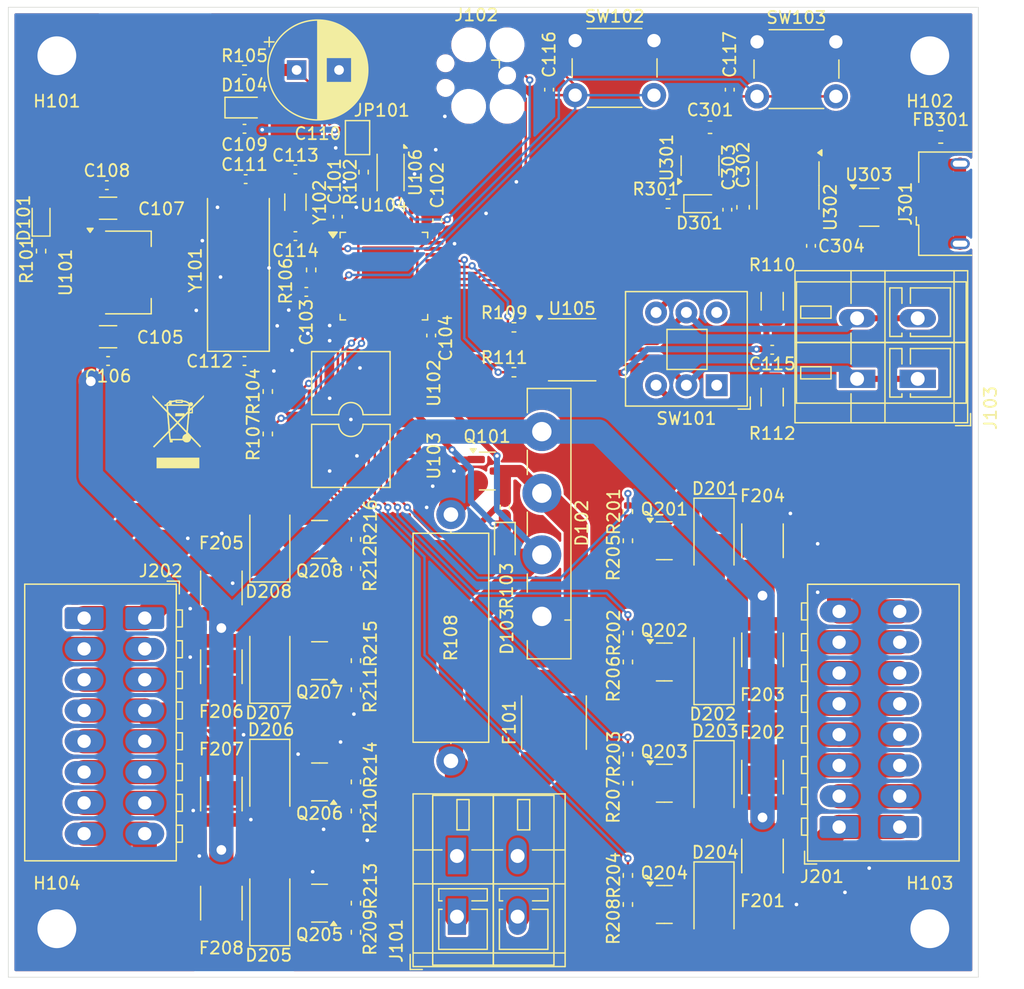
<source format=kicad_pcb>
(kicad_pcb (version 20240108) (generator "pcbnew") (generator_version "8.0")
  (layers (0 "F.Cu" signal) (31 "B.Cu" signal) (34 "B.Paste" user) (35 "F.Paste" user) (36 "B.SilkS" user "B.Silkscreen") (37 "F.SilkS" user "F.Silkscreen") (38 "B.Mask" user) (39 "F.Mask" user) (44 "Edge.Cuts" user))
  (net 0 "")
  (net 1 "GND")
  (net 2 "+15V")
  (net 3 "+3V3")
  (net 4 "Net-(D104-K)")
  (net 5 "+BATT")
  (net 6 "Net-(U104-PD0)")
  (net 7 "Net-(U104-PD1)")
  (net 8 "Net-(U104-PC14)")
  (net 9 "Net-(U104-PC15)")
  (net 10 "Net-(U105-SPLIT)")
  (net 11 "/~{RST}")
  (net 12 "/BTN")
  (net 13 "Net-(J301-VBUS)")
  (net 14 "Net-(D301-A)")
  (net 15 "Net-(U302-V3)")
  (net 16 "Net-(D101-K)")
  (net 17 "Net-(D103-A)")
  (net 18 "Net-(Q101-C)")
  (net 19 "Net-(D103-K)")
  (net 20 "Net-(D201-K)")
  (net 21 "Net-(D201-A)")
  (net 22 "Net-(D202-A)")
  (net 23 "Net-(D203-A)")
  (net 24 "Net-(D203-K)")
  (net 25 "Net-(D204-K)")
  (net 26 "Net-(D204-A)")
  (net 27 "Net-(D205-K)")
  (net 28 "Net-(D205-A)")
  (net 29 "Net-(D206-A)")
  (net 30 "Net-(D207-A)")
  (net 31 "Net-(D207-K)")
  (net 32 "Net-(D208-A)")
  (net 33 "Net-(D208-K)")
  (net 34 "Net-(D301-K)")
  (net 35 "Net-(J101-Pin_2)")
  (net 36 "Net-(J301-Shield)")
  (net 37 "/SWO")
  (net 38 "/SWCLK")
  (net 39 "/SWDIO")
  (net 40 "Net-(J103-Pin_2)")
  (net 41 "Net-(J103-Pin_1)")
  (net 42 "Net-(D202-K)")
  (net 43 "Net-(D206-K)")
  (net 44 "Net-(J301-D+)")
  (net 45 "Net-(J301-D-)")
  (net 47 "/BOOT0")
  (net 48 "Net-(Q101-E)")
  (net 49 "Net-(Q101-B)")
  (net 50 "Net-(Q201-G)")
  (net 51 "Net-(Q202-G)")
  (net 52 "Net-(Q203-G)")
  (net 53 "Net-(Q204-G)")
  (net 54 "Net-(Q205-G)")
  (net 55 "Net-(Q206-G)")
  (net 56 "Net-(Q207-G)")
  (net 57 "Net-(Q208-G)")
  (net 58 "/PROBE")
  (net 59 "/ACK")
  (net 60 "Net-(R107-Pad2)")
  (net 61 "Net-(U105-TXD)")
  (net 62 "/CAN_TX")
  (net 63 "Net-(R110-Pad1)")
  (net 64 "/CAN_RX")
  (net 65 "Net-(U105-RXD)")
  (net 66 "Net-(R112-Pad2)")
  (net 67 "/PWM/PWM1")
  (net 68 "/PWM/PWM2")
  (net 69 "/PWM/PWM3")
  (net 70 "/PWM/PWM4")
  (net 71 "/PWM/PWM5")
  (net 72 "/PWM/PWM6")
  (net 73 "/PWM/PWM7")
  (net 74 "/PWM/PWM8")
  (net 78 "/SCL")
  (net 83 "/SDA")
  (net 84 "/serial/RXD")
  (net 90 "/STB")
  (net 92 "/serial/TXD")
  (net 99 "Net-(U302-UD-)")
  (net 100 "Net-(U302-UD+)")
  (footprint "Resistor_SMD:R_0402_1005Metric" (layer "F.Cu") (at 161.1 104 -90)
    (property "Reference" "R205")
    (property "Value" "47k")
  )
  (footprint "MountingHole:MountingHole_3.2mm_M3_ISO14580_Pad" (layer "F.Cu") (at 114 64 180)
    (property "Reference" "H101")
    (property "Value" "~")
  )
  (footprint "Fuse:Fuse_1812_4532Metric" (layer "F.Cu") (at 172.2 123.5 -90)
    (property "Reference" "F202")
    (property "Value" "750mA")
  )
  (footprint "MountingHole:MountingHole_3.2mm_M3_ISO14580_Pad" (layer "F.Cu") (at 186 136)
    (property "Reference" "H103")
    (property "Value" "~")
  )
  (footprint "Button_Switch_THT:SW_Push_2P2T_Toggle_CK_PVA2xxH1xxxxxxV2" (layer "F.Cu") (at 168.4225 91.1725 180)
    (property "Reference" "SW101")
    (property "Value" "Term")
  )
  (footprint "Resistor_SMD:R_0402_1005Metric" (layer "F.Cu") (at 151.7 86.4 180)
    (property "Reference" "R109")
    (property "Value" "100")
  )
  (footprint "Jumper:SolderJumper-2_P1.3mm_Open_Pad1.0x1.5mm" (layer "F.Cu") (at 138.8 70.75 90)
    (property "Reference" "JP101")
    (property "Value" "Boot0")
  )
  (footprint "Package_TO_SOT_SMD:SOT-23" (layer "F.Cu") (at 149.5 98.25)
    (property "Reference" "Q101")
    (property "Value" "BC860")
  )
  (footprint "Package_TO_SOT_SMD:SOT-23-3" (layer "F.Cu") (at 167.05 73.0625 90)
    (property "Reference" "U301")
    (property "Value" "XC6206P332MR")
  )
  (footprint "Capacitor_SMD:C_1206_3216Metric" (layer "F.Cu") (at 118.225 76.575)
    (property "Reference" "C107")
    (property "Value" "10µ")
  )
  (footprint "Resistor_SMD:R_0402_1005Metric" (layer "F.Cu") (at 129.477651 65.175)
    (property "Reference" "R105")
    (property "Value" "22")
  )
  (footprint "Fuse:Fuse_1812_4532Metric" (layer "F.Cu") (at 172.2 130 90)
    (property "Reference" "F201")
    (property "Value" "750mA")
  )
  (footprint "TerminalBlock_WAGO:TerminalBlock_WAGO_233-508_2x08_P2.54mm" (layer "F.Cu") (at 121.25 110.38 -90)
    (property "Reference" "J202")
    (property "Value" "L2")
  )
  (footprint "Resistor_SMD:R_0402_1005Metric" (layer "F.Cu") (at 161.1 121.6 90)
    (property "Reference" "R203")
    (property "Value" "100")
  )
  (footprint "Diode_SMD:D_SMA" (layer "F.Cu") (at 131.56796 103.89 90)
    (property "Reference" "D208")
    (property "Value" "SS34")
  )
  (footprint "Diode_SMD:D_SMA" (layer "F.Cu") (at 131.56796 133.89 90)
    (property "Reference" "D205")
    (property "Value" "SS34")
  )
  (footprint "Resistor_SMD:R_1206_3216Metric" (layer "F.Cu") (at 173 92.15 -90)
    (property "Reference" "R112")
    (property "Value" "60")
  )
  (footprint "Package_SO:SOIC-8_3.9x4.9mm_P1.27mm" (layer "F.Cu") (at 156.5 88.25)
    (property "Reference" "U105")
    (property "Value" "TJA1042T")
  )
  (footprint "Diode_SMD:D_SMA" (layer "F.Cu") (at 168.2 114 90)
    (property "Reference" "D202")
    (property "Value" "SS34")
  )
  (footprint "Package_TO_SOT_SMD:SOT-23" (layer "F.Cu") (at 164.1 134)
    (property "Reference" "Q204")
    (property "Value" "AO3400A")
  )
  (footprint "Capacitor_SMD:C_1206_3216Metric" (layer "F.Cu") (at 118.225 87.175)
    (property "Reference" "C105")
    (property "Value" "10µ")
  )
  (footprint "Package_DIP:SMDIP-4_W9.53mm" (layer "F.Cu") (at 138.25 91 180)
    (property "Reference" "U102")
    (property "Value" "EL817S1(C)(TU)-F")
  )
  (footprint "Resistor_SMD:R_0402_1005Metric" (layer "F.Cu") (at 138.66796 116.29 -90)
    (property "Reference" "R211")
    (property "Value" "100")
  )
  (footprint "Resistor_SMD:R_0402_1005Metric" (layer "F.Cu") (at 112.7 80.11 90)
    (property "Reference" "R101")
    (property "Value" "1k")
  )
  (footprint "Fuse:Fuse_1812_4532Metric" (layer "F.Cu") (at 127.56796 114.39 90)
    (property "Reference" "F206")
    (property "Value" "750mA")
  )
  (footprint "Package_TO_SOT_SMD:SOT-23" (layer "F.Cu") (at 135.66796 123.89 180)
    (property "Reference" "Q206")
    (property "Value" "AO3400A")
  )
  (footprint "Capacitor_THT:CP_Radial_D8.0mm_P3.50mm" (layer "F.Cu") (at 133.775 65.175)
    (property "Reference" "C110")
    (property "Value" "1F")
  )
  (footprint "Symbol:OSHW-Logo2_7.3x6mm_Copper" (layer "F.Cu") (at 114 71 -90)
    (property "Reference" "REF**" (hide yes))
    (property "Value" "OSHW-Logo2_7.3x6mm_Copper" (hide yes))
  )
  (footprint "Package_DFN_QFN:DFN-8-1EP_3x2mm_P0.5mm_EP1.3x1.5mm" (layer "F.Cu") (at 141.525 73.625 -90)
    (property "Reference" "U106")
    (property "Value" "ATECC608B-MAVDA-S")
  )
  (footprint "Package_TO_SOT_SMD:SOT-23" (layer "F.Cu") (at 164.1 104)
    (property "Reference" "Q201")
    (property "Value" "AO3400A")
  )
  (footprint "Crystal:Crystal_SMD_HC49-SD" (layer "F.Cu") (at 128.975 81.675 90)
    (property "Reference" "Y101")
    (property "Value" "8MHz")
  )
  (footprint "Capacitor_SMD:C_0402_1005Metric" (layer "F.Cu") (at 129.575 74.175 180)
    (property "Reference" "C111")
    (property "Value" "20p")
  )
  (footprint "Resistor_SMD:R_1206_3216Metric" (layer "F.Cu") (at 173 84.25 -90)
    (property "Reference" "R110")
    (property "Value" "60")
  )
  (footprint "Fuse:Fuse_1812_4532Metric" (layer "F.Cu") (at 127.56796 124.89 -90)
    (property "Reference" "F207")
    (property "Value" "750mA")
  )
  (footprint "LED_SMD:LED_0603_1608Metric" (layer "F.Cu") (at 112.7 77.3875 90)
    (property "Reference" "D101")
    (property "Value" "LED")
  )
  (footprint "Capacitor_SMD:C_0402_1005Metric" (layer "F.Cu") (at 173 88.25 180)
    (property "Reference" "C115")
    (property "Value" "4n7")
  )
  (footprint "Package_QFP:LQFP-48_7x7mm_P0.5mm" (layer "F.Cu") (at 140.975 82.175)
    (property "Reference" "U104")
    (property "Value" "STM32F103CBTx")
  )
  (footprint "Package_TO_SOT_SMD:SOT-23" (layer "F.Cu") (at 135.66796 113.89 180)
    (property "Reference" "Q207")
    (property "Value" "AO3400A")
  )
  (footprint "Capacitor_SMD:C_0402_1005Metric" (layer "F.Cu") (at 154.6 66.8 90)
    (property "Reference" "C116")
    (property "Value" "100n")
  )
  (footprint "TerminalBlock_WAGO:TerminalBlock_WAGO_236-402_1x02_P5.00mm_45Degree" (layer "F.Cu") (at 180 90.65 90)
    (property "Reference" "J103")
    (property "Value" "CAN")
  )
  (footprint "eurovibes:LOGO" (layer "F.Cu") (at 122.1 65.4)
    (property "Reference" "G***" (hide yes))
    (property "Value" "LOGO" (hide yes))
  )
  (footprint "Resistor_SMD:R_0402_1005Metric" (layer "F.Cu") (at 151.7 90.1 180)
    (property "Reference" "R111")
    (property "Value" "100")
  )
  (footprint "LED_SMD:LED_0603_1608Metric" (layer "F.Cu") (at 167.2 76.2)
    (property "Reference" "D301")
    (property "Value" "LED")
  )
  (footprint "Capacitor_SMD:C_0402_1005Metric" (layer "F.Cu") (at 169.5 66.8 90)
    (property "Reference" "C117")
    (property "Value" "100n")
  )
  (footprint "Package_TO_SOT_SMD:SOT-23" (layer "F.Cu") (at 135.66796 133.89 180)
    (property "Reference" "Q205")
    (property "Value" "AO3400A")
  )
  (footprint "Resistor_SMD:R_0402_1005Metric" (layer "F.Cu") (at 138.66796 106.29 -90)
    (property "Reference" "R212")
    (property "Value" "100")
  )
  (footprint "Resistor_THT:R_Axial_DIN0617_L17.0mm_D6.0mm_P20.32mm_Horizontal" (layer "F.Cu") (at 146.5 101.84 -90)
    (property "Reference" "R108")
    (property "Value" "100")
  )
  (footprint "Resistor_SMD:R_0402_1005Metric" (layer "F.Cu") (at 138.66796 113.89 90)
    (property "Reference" "R215")
    (property "Value" "47k")
  )
  (footprint "Resistor_SMD:R_0402_1005Metric" (layer "F.Cu") (at 164.41 76.2)
    (property "Reference" "R301")
    (property "Value" "1k")
  )
  (footprint "Resistor_SMD:R_0402_1005Metric" (layer "F.Cu") (at 161.1 124 -90)
    (property "Reference" "R207")
    (property "Value" "47k")
  )
  (footprint "Package_TO_SOT_SMD:SOT-23" (layer "F.Cu") (at 135.66796 103.89 180)
    (property "Reference" "Q208")
    (property "Value" "AO3400A")
  )
  (footprint "Capacitor_SMD:C_0402_1005Metric" (layer "F.Cu") (at 145.375 77.575 90)
    (property "Reference" "C102")
    (property "Value" "100n")
  )
  (footprint "TerminalBlock_WAGO:TerminalBlock_WAGO_233-508_2x08_P2.54mm" (layer "F.Cu") (at 178.51796 127.61 90)
    (property "Reference" "J201")
    (property "Value" "L1")
  )
  (footprint "Package_DIP:SMDIP-4_W9.53mm" (layer "F.Cu") (at 138.25 97)
    (property "Reference" "U103")
    (property "Value" "EL817S1(C)(TU)-F")
  )
  (footprint "Symbol:WEEE-Logo_4.2x6mm_SilkScreen" (layer "F.Cu") (at 124 95)
    (property "Reference" "REF**" (hide yes))
    (property "Value" "WEEE-Logo_4.2x6mm_SilkScreen" (hide yes))
  )
  (footprint "Diode_SMD:D_SMA" (layer "F.Cu") (at 168.2 134 -90)
    (property "Reference" "D204")
    (property "Value" "SS34")
  )
  (footprint "Package_TO_SOT_SMD:SOT-23" (layer "F.Cu") (at 164.1 114)
    (property "Reference" "Q202")
    (property "Value" "AO3400A")
  )
  (footprint "Resistor_SMD:R_0402_1005Metric" (layer "F.Cu") (at 161.1 111.6 90)
    (property "Reference" "R202")
    (property "Value" "100")
  )
  (footprint "Resistor_SMD:R_0402_1005Metric" (layer "F.Cu") (at 138.66796 123.89 90)
    (property "Reference" "R214")
    (property "Value" "47k")
  )
  (footprint "Capacitor_SMD:C_0402_1005Metric" (layer "F.Cu") (at 144.875 87.075 -90)
    (property "Reference" "C104")
    (property "Value" "100n")
  )
  (footprint "MountingHole:MountingHole_3.2mm_M3_ISO14580_Pad" (layer "F.Cu") (at 114 136)
    (property "Reference" "H104")
    (property "Value" "~")
  )
  (footprint "Package_TO_SOT_SMD:SOT-23" (layer "F.Cu") (at 164.1 124)
    (property "Reference" "Q203")
    (property "Value" "AO3400A")
  )
  (footprint "Capacitor_SMD:C_0603_1608Metric" (layer "F.Cu") (at 167.875 69.9)
    (property "Reference" "C301")
    (property "Value" "1µ")
  )
  (footprint "Resistor_SMD:R_0402_1005Metric" (layer "F.Cu") (at 161.1 131.6 90)
    (property "Reference" "R204")
    (property "Value" "100")
  )
  (footprint "Capacitor_SMD:C_0402_1005Metric" (layer "F.Cu") (at 129.475 89.175 180)
    (property "Reference" "C112")
    (property "Value" "20p")
  )
  (footprint "Inductor_SMD:L_0603_1608Metric" (layer "F.Cu") (at 186.9 70.7)
    (property "Reference" "FB301")
    (property "Value" "FerriteBead_Small")
  )
  (footprint "Crystal:Crystal_SMD_3215-2Pin_3.2x1.5mm" (layer "F.Cu") (at 133.675 76.075 -90)
    (property "Reference" "Y102")
    (property "Value" "32k")
  )
  (footprint "Resistor_SMD:R_0402_1005Metric" (layer "F.Cu") (at 138.66796 103.89 90)
    (property "Reference" "R216")
    (property "Value" "47k")
  )
  (footprint "Resistor_SMD:R_0402_1005Metric" (layer "F.Cu") (at 138.66796 136.29 -90)
    (property "Reference" "R209")
    (property "Value" "100")
  )
  (footprint "Capacitor_SMD:C_0402_1005Metric" (layer "F.Cu") (at 133.675 73.375)
    (property "Reference" "C113")
    (property "Value" "12p")
  )
  (footprint "Resistor_SMD:R_0402_1005Metric" (layer "F.Cu") (at 161.1 134 -90)
    (property "Reference" "R208")
    (property "Value" "47k")
  )
  (footprint "Fuse:Fuse_1812_4532Metric" (layer "F.Cu") (at 127.56796 107.89 -90)
    (property "Reference" "F205")
    (property "Value" "750mA")
  )
  (footprint "Capacitor_SMD:C_0402_1005Metric" (layer "F.Cu") (at 129.477651 70.025)
    (property "Reference" "C109")
    (property "Value" "100n")
  )
  (footprint "Resistor_SMD:R_0402_1005Metric" (layer "F.Cu") (at 139.3 73.6 -90)
    (property "Reference" "R102")
    (property "Value" "10k")
  )
  (footprint "Capacitor_SMD:C_0402_1005Metric" (layer "F.Cu") (at 118.225 89.175)
    (property "Reference" "C106")
    (property "Value" "100n")
  )
  (footprint "Diode_SMD:D_SMA" (layer "F.Cu") (at 131.56796 113.89 90)
    (property "Reference" "D207")
    (property "Value" "SS34")
  )
  (footprint "Package_SO:SOP-8_3.9x4.9mm_P1.27mm" (layer "F.Cu") (at 174.3 74.7 -90)
    (property "Reference" "U302")
    (property "Value" "CH340N")
  )
  (footprint "Capacitor_SMD:C_0402_1005Metric" (layer "F.Cu") (at 169.3 76.7 90)
    (property "Reference" "C303")
    (property "Value" "100n")
  )
  (footprint "Diode_SMD:D_SOD-323" (layer "F.Cu") (at 150.95 104.1 -90)
    (property "Reference" "D103")
    (property "Value" "1N4148WS")
  )
  (footprint "Capacitor_SMD:C_0603_1608Metric" (layer "F.Cu") (at 170.6 76.5 90)
    (property "Reference" "C302")
    (property "Value" "1µ")
  )
  (footprint "Fuse:Fuse_1812_4532Metric" (layer "F.Cu") (at 172.2 104 -90)
    (property "Reference" "F204")
    (property "Value" "750mA")
  )
  (footprint "Resistor_SMD:R_0402_1005Metric" (layer "F.Cu") (at 131.4 91.69 90)
    (property "Reference" "R104")
    (property "Value" "1k")
  )
  (footprint "Button_Switch_THT:SW_PUSH_6mm" (layer "F.Cu") (at 171.75 62.85)
    (property "Reference" "SW103")
    (property "Value" "User")
  )
  (footprint "Resistor_SMD:R_0402_1005Metric" (layer "F.Cu") (at 161.1 101.6 90)
    (property "Reference" "R201")
    (property "Value" "100")
  )
  (footprint "Fuse:Fuse_2920_7451Metric" (layer "F.Cu") (at 155 119 90)
    (property "Reference" "F101")
    (property "Value" "Polyfuse_Small")
  )
  (footprint "Diode_SMD:D_SOD-323" (layer "F.Cu") (at 129.477651 68.275)
    (property "Reference" "D104")
    (property "Value" "1N4148WS")
  )
  (footprint "Diode_SMD:D_SMA" (layer "F.Cu") (at 168.2 104 -90)
    (property "Reference" "D201")
    (property "Value" "SS34")
  )
  (footprint "Capacitor_SMD:C_0402_1005Metric" (layer "F.Cu") (at 118.125 74.675)
    (property "Reference" "C108")
    (property "Value" "100n")
  )
  (footprint "Diode_SMD:D_SMA" (layer "F.Cu") (at 168.2 124 -90)
    (property "Reference" "D203")
    (property "Value" "SS34")
  )
  (footprint "Resistor_SMD:R_0402_1005Metric" (layer "F.Cu") (at 131.4 95.19 -90)
    (property "Reference" "R107")
    (property "Value" "1k")
  )
  (footprint "Resistor_SMD:R_0402_1005Metric" (layer "F.Cu") (at 138.66796 126.29 -90)
    (property "Reference" "R210")
    (property "Value" "100")
  )
  (footprint "MountingHole:MountingHole_3.2mm_M3_ISO14580_Pad" (layer "F.Cu") (at 186 64 180)
    (property "Reference" "H102")
    (property "Value" "~")
  )
  (footprint "Capacitor_SMD:C_0402_1005Metric" (layer "F.Cu") (at 133.675 78.875)
    (property "Reference" "C114")
    (property "Value" "12p")
  )
  (footprint "Connector:Tag-Connect_TC2030-IDC-FP_2x03_P1.27mm_Vertical" (layer "F.Cu") (at 148.595 65.635 180)
    (property "Reference" "J102")
    (property "Value" "Debug")
  )
  (footprint "Button_Switch_THT:SW_PUSH_6mm" (layer "F.Cu") (at 156.75 62.75)
    (property "Reference" "SW102")
    (property "Value" "Reset")
  )
  (footprint "Resistor_SMD:R_0402_1005Metric" (layer "F.Cu") (at 150.95 101.225 90)
    (property "Reference" "R103")
    (property "Value" "1k")
  )
  (footprint "Diode_SMD:D_SMA" (layer "F.Cu") (at 131.56796 123.89 -90)
    (property "Reference" "D206")
    (property "Value" "SS34")
  )
  (footprint "Capacitor_SMD:C_0402_1005Metric" (layer "F.Cu") (at 137.175 77.275 90)
    (property "Reference" "C101")
    (property "Value" "100n")
  )
  (footprint "Connector_USB:USB_Micro-B_Amphenol_10118193-0001LF_Horizontal" (layer "F.Cu") (at 188.495 76.2 90)
    (property "Reference" "J301")
    (property "Value" "USB_B_Micro")
  )
  (footprint "Resistor_SMD:R_0402_1005Metric" (layer "F.Cu") (at 138.66796 133.89 90)
    (property "Reference" "R213")
    (property "Value" "47k")
  )
  (footprint "Fuse:Fuse_1812_4532Metric" (layer "F.Cu") (at 172.2 113 90)
    (property "Reference" "F203")
    (property "Value" "750mA")
  )
  (footprint "Capacitor_SMD:C_0402_1005Metric" (layer "F.Cu") (at 176.2 79.68 -90)
    (property "Reference" "C304")
    (property "Value" "100n")
  )
  (footprint "Resistor_SMD:R_0402_1005Metric" (layer "F.Cu") (at 161.1 114 -90)
    (property "Reference" "R206")
    (property "Value" "47k")
  )
  (footprint "Resistor_SMD:R_0402_1005Metric" (layer "F.Cu") (at 134.975 81.665 -90)
    (property "Reference" "R106")
    (property "Value" "1M")
  )
  (footprint "Package_TO_SOT_SMD:SOT-223-3_TabPin2" (layer "F.Cu") (at 119.875 81.875)
    (property "Reference" "U101")
    (property "Value" "AMS1117-3.3")
  )
  (footprint "Diode_THT:Diode_Bridge_Vishay_GBU" (layer "F.Cu") (at 154 110.24 90)
    (property "Reference" "D102")
    (property "Value" "GBU8A")
  )
  (footprint "Capacitor_SMD:C_0402_1005Metric" (layer "F.Cu") (at 134.575 83.475 180)
    (property "Reference" "C103")
    (property "Value" "100n")
  )
  (footprint "Fuse:Fuse_1812_4532Metric" (layer "F.Cu") (at 127.56796 133.89 90)
    (property "Reference" "F208")
    (property "Value" "750mA")
  )
  (footprint "TerminalBlock_WAGO:TerminalBlock_WAGO_236-402_1x02_P5.00mm_45Degree" (layer "F.Cu") (at 147 130)
    (property "Reference" "J101")
    (property "Value" "Power IN")
  )
  (footprint "Package_TO_SOT_SMD:SOT-23-6" (layer "F.Cu") (at 181 76.5)
    (property "Reference" "U303")
    (property "Value" "USBLC6-2SC6")
  )
  (gr_line (start 110 60) (end 110 140) (stroke (width 0.05)) (layer "Edge.Cuts"))
  (gr_line (start 110 140) (end 190 140) (stroke (width 0.05)) (layer "Edge.Cuts"))
  (gr_line (start 190 60) (end 110 60) (stroke (width 0.05)) (layer "Edge.Cuts"))
  (gr_line (start 190 140) (end 190 60) (stroke (width 0.05)) (layer "Edge.Cuts"))
  (gr_text "DCC Licht 0.1" (at 111 84 -90) (layer "F.Cu") (effects (font (size 1.5 1.5) (thickness 0.3) (bold yes)) (justify left bottom)))
  (via (at 133.125 84.975) (size 0.6) (drill 0.3) (layers "F.Cu" "B.Cu") (net 1))
  (via (at 176.75 104.25) (size 0.6) (drill 0.3) (layers "F.Cu" "B.Cu") (net 1))
  (via (at 138.25 94) (size 0.6) (drill 0.3) (layers "F.Cu" "B.Cu") (net 1))
  (via (at 139 89.75) (size 0.6) (drill 0.3) (layers "F.Cu" "B.Cu") (net 1))
  (via (at 128.5 107.5) (size 0.6) (drill 0.3) (layers "F.Cu" "B.Cu") (net 1))
  (via (at 138.7 76.5) (size 0.6) (drill 0.3) (layers "F.Cu" "B.Cu") (net 1))
  (via (at 137 71.6) (size 0.6) (drill 0.3) (layers "F.Cu" "B.Cu") (net 1))
  (via (at 127.6 103.4) (size 0.6) (drill 0.3) (layers "F.Cu" "B.Cu") (net 1))
  (via (at 151.9 74.4) (size 0.6) (drill 0.3) (layers "F.Cu" "B.Cu") (net 1))
  (via (at 139.6 128.7) (size 0.6) (drill 0.3) (layers "F.Cu" "B.Cu") (net 1))
  (via (at 125 113.6) (size 0.6) (drill 0.3) (layers "F.Cu" "B.Cu") (net 1))
  (via (at 125.25 126.25) (size 0.6) (drill 0.3) (layers "F.Cu" "B.Cu") (net 1))
  (via (at 125.75 130) (size 0.6) (drill 0.3) (layers "F.Cu" "B.Cu") (net 1))
  (via (at 145.25 71.75) (size 0.6) (drill 0.3) (layers "F.Cu" "B.Cu") (net 1))
  (via (at 138.5 118.3) (size 0.6) (drill 0.3) (layers "F.Cu" "B.Cu") (net 1))
  (via (at 138.75 97) (size 0.6) (drill 0.3) (layers "F.Cu" "B.Cu") (net 1))
  (via (at 133.4 88.3) (size 0.6) (drill 0.3) (layers "F.Cu" "B.Cu") (net 1))
  (via (at 127.25 76.5) (size 0.6) (drill 0.3) (layers "F.Cu" "B.Cu") (net 1))
  (via (at 174.5 101.75) (size 0.6) (drill 0.3) (layers "F.Cu" "B.Cu") (net 1))
  (via (at 131.9 90) (size 0.6) (drill 0.3) (layers "F.Cu" "B.Cu") (net 1))
  (via (at 175 134) (size 0.6) (drill 0.3) (layers "F.Cu" "B.Cu") (net 1))
  (via (at 146 69) (size 0.6) (drill 0.3) (layers "F.Cu" "B.Cu") (net 1))
  (via (at 143.5 73.75) (size 0.6) (drill 0.3) (layers "F.Cu" "B.Cu") (net 1))
  (via (at 132.175 86.275) (size 0.6) (drill 0.3) (layers "F.Cu" "B.Cu") (net 1))
  (via (at 176.75 108.25) (size 0.6) (drill 0.3) (layers "F.Cu" "B.Cu") (net 1))
  (via (at 136.5 86.25) (size 0.6) (drill 0.3) (layers "F.Cu" "B.Cu") (net 1))
  (via (at 125 109.6) (size 0.6) (drill 0.3) (layers "F.Cu" "B.Cu") (net 1))
  (via (at 131.5 81.5) (size 0.6) (drill 0.3) (layers "F.Cu" "B.Cu") (net 1))
  (via (at 127.5 82.25) (size 0.6) (drill 0.3) (layers "F.Cu" "B.Cu") (net 1))
  (via (at 136 127.8) (size 0.6) (drill 0.3) (layers "F.Cu" "B.Cu") (net 1))
  (via (at 136.5 87.5) (size 0.6) (drill 0.3) (layers "F.Cu" "B.Cu") (net 1))
  (via (at 136.5 92.25) (size 0.6) (drill 0.3) (layers "F.Cu" "B.Cu") (net 1))
  (via (at 129.4 120) (size 0.6) (drill 0.3) (layers "F.Cu" "B.Cu") (net 1))
  (via (at 145 99.5) (size 0.6) (drill 0.3) (layers "F.Cu" "B.Cu") (net 1))
  (via (at 136.5 98.25) (size 0.6) (drill 0.3) (layers "F.Cu" "B.Cu") (net 1))
  (via (at 137.7 74.4) (size 0.6) (drill 0.3) (layers "F.Cu" "B.Cu") (net 1))
  (via (at 130 127) (size 0.6) (drill 0.3) (layers "F.Cu" "B.Cu") (net 1))
  (via (at 146.8 79.5) (size 0.6) (drill 0.3) (layers "F.Cu" "B.Cu") (net 1))
  (via (at 146.75 98.25) (size 0.6) (drill 0.3) (layers "F.Cu" "B.Cu") (net 1))
  (via (at 149.4 77) (size 0.6) (drill 0.3) (layers "F.Cu" "B.Cu") (net 1))
  (via (at 144.5 101.25) (size 0.6) (drill 0.3) (layers "F.Cu" "B.Cu") (net 1))
  (via (at 134.7 86.9) (size 0.6) (drill 0.3) (layers "F.Cu" "B.Cu") (net 1))
  (via (at 135.1 131.3) (size 0.6) (drill 0.3) (layers "F.Cu" "B.Cu") (net 1))
  (via (at 133.9 121.6) (size 0.6) (drill 0.3) (layers "F.Cu" "B.Cu") (net 1))
  (via (at 137.4 120.6) (size 0.6) (drill 0.3) (layers "F.Cu" "B.Cu") (net 1))
  (via (at 179 133) (size 0.6) (drill 0.3) (layers "F.Cu" "B.Cu") (net 1))
  (via (at 126 79.25) (size 0.6) (drill 0.3) (layers "F.Cu" "B.Cu") (net 1))
  (via (at 124.8 103.8) (size 0.6) (drill 0.3) (layers "F.Cu" "B.Cu") (net 1))
  (via (at 181 131) (size 0.6) (drill 0.3) (layers "F.Cu" "B.Cu") (net 1))
  (via (at 125.5 85) (size 0.6) (drill 0.3) (layers "F.Cu" "B.Cu") (net 1))
  (segment (start 127.56796 131.7525) (end 127.56796 129.5) (width 2) (layer "F.Cu") (net 2))
  (segment (start 127.56796 112.2525) (end 127.56796 111.2) (width 2) (layer "F.Cu") (net 2))
  (segment (start 127.56796 129.5) (end 127.56796 127.0275) (width 2) (layer "F.Cu") (net 2))
  (segment (start 127.56796 111.2) (end 127.56796 110.0275) (width 2) (layer "F.Cu") (net 2))
  (segment (start 172.2 106.1375) (end 172.2 110.425) (width 2) (layer "F.Cu") (net 2))
  (segment (start 116.75 87.175) (end 116.75 88.2) (width 1) (layer "F.Cu") (net 2))
  (segment (start 116.75 87.175) (end 116.75 84.2) (width 1) (layer "F.Cu") (net 2))
  (segment (start 172.2 125.6375) (end 172.2 127.8625) (width 2) (layer "F.Cu") (net 2))
  (segment (start 116.75 88.2) (end 117.725 89.175) (width 1) (layer "F.Cu") (net 2))
  (segment (start 116.75 84.2) (end 116.725 84.175) (width 1) (layer "F.Cu") (net 2))
  (segment (start 116.75 87.175) (end 116.75 90.8) (width 1) (layer "F.Cu") (net 2))
  (via (at 172.2 126.825) (size 1.6) (drill 0.8) (layers "F.Cu" "B.Cu") (net 2))
  (via (at 116.8 90.85) (size 1.6) (drill 0.8) (layers "F.Cu" "B.Cu") (net 2))
  (via (at 127.56796 111.2) (size 1.6) (drill 0.8) (layers "F.Cu" "B.Cu") (net 2))
  (via (at 127.56796 129.5) (size 1.6) (drill 0.8) (layers "F.Cu" "B.Cu") (net 2))
  (via (at 172.2 108.525) (size 1.6) (drill 0.8) (layers "F.Cu" "B.Cu") (net 2))
  (segment (start 143.76796 95) (end 154 95) (width 2) (layer "B.Cu") (net 2))
  (segment (start 127.56796 111.2) (end 127.56796 109.41796) (width 2) (layer "B.Cu") (net 2))
  (segment (start 116.8 98.65) (end 116.8 90.85) (width 2) (layer "B.Cu") (net 2))
  (segment (start 154 95) (end 158.675 95) (width 2) (layer "B.Cu") (net 2))
  (segment (start 127.56796 109.41796) (end 116.8 98.65) (width 2) (layer "B.Cu") (net 2))
  (segment (start 158.675 95) (end 172.2 108.525) (width 2) (layer "B.Cu") (net 2))
  (segment (start 127.56796 111.2) (end 143.76796 95) (width 2) (layer "B.Cu") (net 2))
  (segment (start 172.2 108.525) (end 172.2 126.825) (width 2) (layer "B.Cu") (net 2))
  (segment (start 127.56796 111.2) (end 127.56796 129.5) (width 2) (layer "B.Cu") (net 2))
  (segment (start 142.275 75.075) (end 142.275 75.95) (width 0.2) (layer "F.Cu") (net 3))
  (segment (start 128.606734 89.935) (end 130.515 89.935) (width 0.5) (layer "F.Cu") (net 3))
  (segment (start 145.375 78.055) (end 145.645 78.055) (width 0.2) (layer "F.Cu") (net 3))
  (segment (start 151.7897 64.7897) (end 153 66) (width 0.2) (layer "F.Cu") (net 3))
  (segment (start 112.725 76.575) (end 112.7 76.6) (width 1) (layer "F.Cu") (net 3))
  (segment (start 143.725 80.06759) (end 144.36759 79.425) (width 0.2) (layer "F.Cu") (net 3))
  (segment (start 116.75 76.575) (end 116.75 75.55) (width 1) (layer "F.Cu") (net 3))
  (segment (start 137.175 77.755) (end 137.9675 77.755) (width 0.2) (layer "F.Cu") (net 3))
  (segment (start 138.86759 82.13982) (end 138.86759 79.425) (width 0.2) (layer "F.Cu") (net 3))
  (segment (start 123.025 81.875) (end 123.025 78.74318) (width 1) (layer "F.Cu") (net 3))
  (segment (start 123.025 81.875) (end 123.025 84.353266) (width 0.5) (layer "F.Cu") (net 3))
  (segment (start 149.865 65) (end 150.0753 64.7897) (width 0.2) (layer "F.Cu") (net 3))
  (segment (start 130.937651 70.830529) (end 130.937651 70.1) (width 1) (layer "F.Cu") (net 3))
  (segment (start 122.05 81.875) (end 116.75 76.575) (width 1) (layer "F.Cu") (net 3))
  (segment (start 123.025 81.875) (end 116.725 81.875) (width 1) (layer "F.Cu") (net 3))
  (segment (start 143.725 86.3375) (end 144.6175 86.3375) (width 0.2) (layer "F.Cu") (net 3))
  (segment (start 136.8125 83.425) (end 137.58241 83.425) (width 0.2) (layer "F.Cu") (net 3))
  (segment (start 123.025 81.875) (end 122.05 81.875) (width 1) (layer "F.Cu") (net 3))
  (segment (start 131.4 91.18) (end 131.4 90.82) (width 0.5) (layer "F.Cu") (net 3))
  (segment (start 130.937651 70.1) (end 130.937651 68.685) (width 1) (layer "F.Cu") (net 3))
  (segment (start 143.725 86.3375) (end 143.725 80.06759) (width 0.2) (layer "F.Cu") (net 3))
  (segment (start 123.025 84.353266) (end 128.606734 89.935) (width 0.5) (layer "F.Cu") (net 3))
  (segment (start 137.58241 83.425) (end 138.86759 82.13982) (width 0.2) (layer "F.Cu") (net 3))
  (segment (start 150.0753 64.7897) (end 151.7897 64.7897) (width 0.2) (layer "F.Cu") (net 3))
  (segment (start 137.9675 77.755) (end 138.225 78.0125) (width 0.2) (layer "F.Cu") (net 3))
  (segment (start 154.025 88.885) (end 147.353266 88.885) (width 0.5) (layer "F.Cu") (net 3))
  (segment (start 131.4 90.82) (end 130.515 89.935) (width 0.5) (layer "F.Cu") (net 3))
  (segment (start 116.75 76.575) (end 112.725 76.575) (width 1) (layer "F.Cu") (net 3))
  (segment (start 145.063266 86.595) (end 144.875 86.595) (width 0.5) (layer "F.Cu") (net 3))
  (segment (start 142.275 75.95) (end 142.125 76.1) (width 0.2) (layer "F.Cu") (net 3))
  (segment (start 144.36759 79.425) (end 145.1375 79.425) (width 0.2) (layer "F.Cu") (net 3))
  (segment (start 138.225 78.78241) (end 138.86759 79.425) (width 0.2) (layer "F.Cu") (net 3))
  (segment (start 138.8 70.1) (end 136.9 70.1) (width 0.5) (layer "F.Cu") (net 3))
  (segment (start 138.225 78.78241) (end 138.225 78.0125) (width 0.2) (layer "F.Cu") (net 3))
  (segment (start 144.6175 86.3375) (end 144.875 86.595) (width 0.2) (layer "F.Cu") (net 3))
  (segment (start 134.825 85.625) (end 134.825 83.705) (width 0.5) (layer "F.Cu") (net 3))
  (segment (start 134.825 83.705) (end 135.055 83.475) (width 0.5) (layer "F.Cu") (net 3))
  (segment (start 147.353266 88.885) (end 145.063266 86.595) (width 0.5) (layer "F.Cu") (net 3))
  (segment (start 130.937651 68.685) (end 130.527651 68.275) (width 1) (layer "F.Cu") (net 3))
  (segment (start 136.8125 83.425) (end 135.105 83.425) (width 0.2) (layer "F.Cu") (net 3))
  (segment (start 145.645 78.055) (end 146.2 77.5) (width 0.2) (layer "F.Cu") (net 3))
  (segment (start 116.75 75.55) (end 117.625 74.675) (width 1) (layer "F.Cu") (net 3))
  (segment (start 145.1375 79.425) (end 138.86759 79.425) (width 0.2) (layer "F.Cu") (net 3))
  (segment (start 130.515 89.935) (end 134.825 85.625) (width 0.5) (layer "F.Cu") (net 3))
  (segment (start 145.1375 79.425) (end 145.1375 78.2925) (width 0.2) (layer "F.Cu") (net 3))
  (segment (start 145.1375 78.2925) (end 145.375 78.055) (width 0.2) (layer "F.Cu") (net 3))
  (segment (start 135.105 83.425) (end 135.055 83.475) (width 0.2) (layer "F.Cu") (net 3))
  (segment (start 123.025 78.74318) (end 130.937651 70.830529) (width 1) (layer "F.Cu") (net 3))
  (via (at 130.937651 70.1) (size 0.6) (drill 0.3) (layers "F.Cu" "B.Cu") (net 3))
  (via (at 153 66) (size 0.6) (drill 0.3) (layers "F.Cu" "B.Cu") (net 3))
  (via (at 142.125 76.1) (size 0.6) (drill 0.3) (layers "F.Cu" "B.Cu") (net 3))
  (via (at 136.9 70.1) (size 0.6) (drill 0.3) (layers "F.Cu" "B.Cu") (net 3))
  (via (at 146.2 77.5) (size 0.6) (drill 0.3) (layers "F.Cu" "B.Cu") (net 3))
  (segment (start 143.525 77.5) (end 142.125 76.1) (width 0.2) (layer "B.Cu") (net 3))
  (segment (start 136.9 70.1) (end 130.937651 70.1) (width 0.5) (layer "B.Cu") (net 3))
  (segment (start 146.2 77.5) (end 143.525 77.5) (width 0.2) (layer "B.Cu") (net 3))
  (segment (start 153 70.7) (end 153 66) (width 0.2) (layer "B.Cu") (net 3))
  (segment (start 146.2 77.5) (end 153 70.7) (width 0.2) (layer "B.Cu") (net 3))
  (segment (start 128.427651 69.475) (end 128.977651 70.025) (width 1) (layer "F.Cu") (net 4))
  (segment (start 128.427651 68.275) (end 128.427651 65.535) (width 1) (layer "F.Cu") (net 4))
  (segment (start 128.427651 65.535) (end 128.787651 65.175) (width 1) (layer "F.Cu") (net 4))
  (segment (start 128.427651 68.275) (end 128.427651 69.475) (width 1) (layer "F.Cu") (net 4))
  (segment (start 136.075 78.6875) (end 136.8125 79.425) (width 0.2) (layer "F.Cu") (net 5))
  (segment (start 133.775 65.175) (end 129.987651 65.175) (width 1) (layer "F.Cu") (net 5))
  (segment (start 133.775 65.175) (end 136.075 67.475) (width 0.2) (layer "F.Cu") (net 5))
  (segment (start 136.075 67.475) (end 136.075 78.6875) (width 0.2) (layer "F.Cu") (net 5))
  (segment (start 132.705 81.155) (end 128.975 77.425) (width 0.2) (layer "F.Cu") (net 6))
  (segment (start 134.975 81.155) (end 132.705 81.155) (width 0.2) (layer "F.Cu") (net 6))
  (segment (start 129.095 77.305) (end 128.975 77.425) (width 0.2) (layer "F.Cu") (net 6))
  (segment (start 135.245 81.425) (end 134.975 81.155) (width 0.2) (layer "F.Cu") (net 6))
  (segment (start 136.8125 81.425) (end 135.245 81.425) (width 0.2) (layer "F.Cu") (net 6))
  (segment (start 129.095 74.175) (end 129.095 77.305) (width 0.2) (layer "F.Cu") (net 6))
  (segment (start 128.995 85.945) (end 128.975 85.925) (width 0.2) (layer "F.Cu") (net 7))
  (segment (start 136.8125 81.925) (end 135.225 81.925) (width 0.2) (layer "F.Cu") (net 7))
  (segment (start 132.725 82.175) (end 128.975 85.925) (width 0.2) (layer "F.Cu") (net 7))
  (segment (start 135.225 81.925) (end 134.975 82.175) (width 0.2) (layer "F.Cu") (net 7))
  (segment (start 134.975 82.175) (end 132.725 82.175) (width 0.2) (layer "F.Cu") (net 7))
  (segment (start 128.995 89.175) (end 128.995 85.945) (width 0.2) (layer "F.Cu") (net 7))
  (segment (start 134.875 76.025) (end 133.675 74.825) (width 0.2) (layer "F.Cu") (net 8))
  (segment (start 134.155 73.375) (end 134.155 74.345) (width 0.2) (layer "F.Cu") (net 8))
  (segment (start 134.875 79.25741) (end 134.875 76.025) (width 0.2) (layer "F.Cu") (net 8))
  (segment (start 136.8125 80.425) (end 136.04259 80.425) (width 0.2) (layer "F.Cu") (net 8))
  (segment (start 136.04259 80.425) (end 134.875 79.25741) (width 0.2) (layer "F.Cu") (net 8))
  (segment (start 134.155 74.345) (end 133.675 74.825) (width 0.2) (layer "F.Cu") (net 8))
  (segment (start 135.683924 80.925) (end 134.155 79.396076) (width 0.2) (layer "F.Cu") (net 9))
  (segment (start 136.8125 80.925) (end 135.683924 80.925) (width 0.2) (layer "F.Cu") (net 9))
  (segment (start 134.155 77.805) (end 133.675 77.325) (width 0.2) (layer "F.Cu") (net 9))
  (segment (start 134.155 78.875) (end 134.155 77.805) (width 0.2) (layer "F.Cu") (net 9))
  (segment (start 134.155 79.396076) (end 134.155 78.875) (width 0.2) (layer "F.Cu") (net 9))
  (segment (start 160.745 90.155) (end 160.8 90.1) (width 0.5) (layer "F.Cu") (net 10))
  (segment (start 158.975 90.155) (end 160.745 90.155) (width 0.5) (layer "F.Cu") (net 10))
  (segment (start 171.7 88.2) (end 172.47 88.2) (width 0.5) (layer "F.Cu") (net 10))
  (segment (start 172.52 88.25) (end 172.52 90.2075) (width 0.5) (layer "F.Cu") (net 10))
  (segment (start 172.47 88.2) (end 172.52 88.25) (width 0.5) (layer "F.Cu") (net 10))
  (segment (start 172.52 90.2075) (end 173 90.6875) (width 0.5) (layer "F.Cu") (net 10))
  (segment (start 172.52 88.25) (end 172.52 86.1925) (width 0.5) (layer "F.Cu") (net 10))
  (segment (start 172.52 86.1925) (end 173 85.7125) (width 0.5) (layer "F.Cu") (net 10))
  (via (at 171.7 88.2) (size 0.6) (drill 0.3) (layers "F.Cu" "B.Cu") (net 10))
  (via (at 160.8 90.1) (size 0.6) (drill 0.3) (layers "F.Cu" "B.Cu") (net 10))
  (segment (start 162.7 88.2) (end 171.7 88.2) (width 0.5) (layer "B.Cu") (net 10))
  (segment (start 160.8 90.1) (end 162.7 88.2) (width 0.5) (layer "B.Cu") (net 10))
  (segment (start 154.63 67.25) (end 154.6 67.28) (width 0.2) (layer "F.Cu") (net 11))
  (segment (start 137.73388 82.425) (end 136.8125 82.425) (width 0.2) (layer "F.Cu") (net 11))
  (segment (start 149.84245 61.55755) (end 151.85755 61.55755) (width 0.2) (layer "F.Cu") (net 11))
  (segment (start 149.49745 61.90255) (end 149.84245 61.55755) (width 0.2) (layer "F.Cu") (net 11))
  (segment (start 149.49745 64.09755) (end 149.49745 61.90255) (width 0.2) (layer "F.Cu") (net 11))
  (segment (start 156.75 67.25) (end 154.63 67.25) (width 0.2) (layer "F.Cu") (net 11))
  (segment (start 156.75 66.45) (end 156.75 67.25) (width 0.2) (layer "F.Cu") (net 11))
  (segment (start 138.07944 82.07944) (end 137.73388 82.425) (width 0.2) (layer "F.Cu") (net 11))
  (segment (start 148.595 65) (end 149.49745 64.09755) (width 0.2) (layer "F.Cu") (net 11))
  (segment (start 151.85755 61.55755) (end 156.75 66.45) (width 0.2) (layer "F.Cu") (net 11))
  (via (at 138.07944 82.07944) (size 0.6) (drill 0.3) (layers "F.Cu" "B.Cu") (net 11))
  (segment (start 156.75 68.398528) (end 156.75 67.25) (width 0.2) (layer "B.Cu") (net 11))
  (segment (start 143.069089 82.07944) (end 156.75 68.398528) (width 0.2) (layer "B.Cu") (net 11))
  (segment (start 163.25 67.25) (end 156.75 67.25) (width 0.2) (layer "B.Cu") (net 11))
  (segment (start 143.069089 82.07944) (end 138.07944 82.07944) (width 0.2) (layer "B.Cu") (net 11))
  (segment (start 136.8125 79.925) (end 137.975 79.925) (width 0.2) (layer "F.Cu") (net 12))
  (segment (start 178.25 67.35) (end 171.75 67.35) (width 0.2) (layer "F.Cu") (net 12))
  (segment (start 171.75 67.35) (end 169.57 67.35) (width 0.2) (layer "F.Cu") (net 12))
  (segment (start 169.57 67.35) (end 169.5 67.28) (width 0.2) (layer "F.Cu") (net 12))
  (segment (start 137.975 79.925) (end 138 79.9) (width 0.2) (layer "F.Cu") (net 12))
  (via (at 138 79.9) (size 0.6) (drill 0.3) (layers "F.Cu" "B.Cu") (net 12))
  (segment (start 155.4 69.148529) (end 155.4 66.761522) (width 0.2) (layer "B.Cu") (net 12))
  (segment (start 138 79.9) (end 144.648529 79.9) (width 0.2) (layer "B.Cu") (net 12))
  (segment (start 155.4 66.761522) (end 156.211522 65.95) (width 0.2) (layer "B.Cu") (net 12))
  (segment (start 144.648529 79.9) (end 155.4 69.148529) (width 0.2) (layer "B.Cu") (net 12))
  (segment (start 170.35 65.95) (end 171.75 67.35) (width 0.2) (layer "B.Cu") (net 12))
  (segment (start 156.211522 65.95) (end 170.35 65.95) (width 0.2) (layer "B.Cu") (net 12))
  (segment (start 181.8 78.2) (end 178.686974 78.2) (width 0.4) (layer "F.Cu") (net 13))
  (segment (start 181.443026 78.2) (end 181.8 78.2) (width 0.4) (layer "F.Cu") (net 13))
  (segment (start 185.12 78.2) (end 185.82 77.5) (width 0.4) (layer "F.Cu") (net 13))
  (segment (start 181.475001 76.5) (end 181.075 76.900001) (width 0.4) (layer "F.Cu") (net 13))
  (segment (start 182.1375 76.5) (end 181.475001 76.5) (width 0.4) (layer "F.Cu") (net 13))
  (segment (start 181.8 78.2) (end 185.12 78.2) (width 0.4) (layer "F.Cu") (net 13))
  (segment (start 178.686974 78.2) (end 173.786974 73.3) (width 0.4) (layer "F.Cu") (net 13))
  (segment (start 181.075 77.831974) (end 181.443026 78.2) (width 0.4) (layer "F.Cu") (net 13))
  (segment (start 167.325 71.925) (end 167.05 71.925) (width 0.4) (layer "F.Cu") (net 13))
  (segment (start 167.05 69.95) (end 167.1 69.9) (width 0.4) (layer "F.Cu") (net 13))
  (segment (start 181.075 76.900001) (end 181.075 77.831974) (width 0.4) (layer "F.Cu") (net 13))
  (segment (start 173.786974 73.3) (end 168.7 73.3) (width 0.4) (layer "F.Cu") (net 13))
  (segment (start 168.7 73.3) (end 167.325 71.925) (width 0.4) (layer "F.Cu") (net 13))
  (segment (start 167.05 71.925) (end 167.05 69.95) (width 0.4) (layer "F.Cu") (net 13))
  (segment (start 170.6 77.275) (end 169.395 77.275) (width 0.5) (layer "F.Cu") (net 14))
  (segment (start 167.9875 74.2125) (end 168 74.2) (width 0.4) (layer "F.Cu") (net 14))
  (segment (start 169.3 77.18) (end 168.9675 77.18) (width 0.5) (layer "F.Cu") (net 14))
  (segment (start 172.37 77.3) (end 172.395 77.325) (width 0.4) (layer "F.Cu") (net 14))
  (segment (start 170.6 77.3) (end 172.37 77.3) (width 0.4) (layer "F.Cu") (net 14))
  (segment (start 169.395 77.275) (end 169.3 77.18) (width 0.5) (layer "F.Cu") (net 14))
  (segment (start 167.9875 76.2) (end 167.9875 74.2125) (width 0.4) (layer "F.Cu") (net 14))
  (segment (start 168.9675 77.18) (end 167.9875 76.2) (width 0.5) (layer "F.Cu") (net 14))
  (segment (start 176.205 77.325) (end 176.205 79.195) (width 0.4) (layer "F.Cu") (net 15))
  (segment (start 176.205 79.195) (end 176.2 79.2) (width 0.4) (layer "F.Cu") (net 15))
  (segment (start 112.7 78.175) (end 112.7 79.6) (width 0.5) (layer "F.Cu") (net 16))
  (segment (start 153.99 105.15) (end 154 105.16) (width 1) (layer "F.Cu") (net 17))
  (segment (start 143.015 89.73) (end 150.285 97) (width 0.5) (layer "F.Cu") (net 17))
  (segment (start 150.285 97) (end 150.3 97) (width 0.5) (layer "F.Cu") (net 17))
  (segment (start 147 135) (end 147 130) (width 2) (layer "F.Cu") (net 17))
  (segment (start 147 122.66) (end 146.5 122.16) (width 2) (layer "F.Cu") (net 17))
  (segment (start 147 130) (end 147 122.66) (width 2) (layer "F.Cu") (net 17))
  (segment (start 150.95 105.15) (end 153.99 105.15) (width 1) (layer "F.Cu") (net 17))
  (segment (start 146.5 112.14) (end 153.48 105.16) (width 2) (layer "F.Cu") (net 17))
  (segment (start 146.5 122.16) (end 146.5 112.14) (width 2) (layer "F.Cu") (net 17))
  (segment (start 153.48 105.16) (end 154 105.16) (width 2) (layer "F.Cu") (net 17))
  (via (at 150.3 97) (size 0.6) (drill 0.3) (layers "F.Cu" "B.Cu") (net 17))
  (segment (start 150.3 101.46) (end 154 105.16) (width 0.5) (layer "B.Cu") (net 17))
  (segment (start 150.3 97) (end 150.3 101.46) (width 0.5) (layer "B.Cu") (net 17))
  (segment (start 150.4375 98.25) (end 152.17 98.25) (width 1) (layer "F.Cu") (net 18))
  (segment (start 148.01 103.49) (end 150.785 100.715) (width 0.5) (layer "F.Cu") (net 18))
  (segment (start 143.65 98.905) (end 143.65 101.85) (width 0.5) (layer "F.Cu") (net 18))
  (segment (start 143.65 101.85) (end 145.29 103.49) (width 0.5) (layer "F.Cu") (net 18))
  (segment (start 150.95 100.715) (end 150.95 98.7625) (width 1) (layer "F.Cu") (net 18))
  (segment (start 143.015 98.27) (end 143.65 98.905) (width 0.5) (layer "F.Cu") (net 18))
  (segment (start 155 115.6125) (end 156.8 113.8125) (width 2) (layer "F.Cu") (net 18))
  (segment (start 152.17 98.25) (end 154 100.08) (width 1) (layer "F.Cu") (net 18))
  (segment (start 156.8 113.8125) (end 156.8 102.88) (width 2) (layer "F.Cu") (net 18))
  (segment (start 156.8 102.88) (end 154 100.08) (width 2) (layer "F.Cu") (net 18))
  (segment (start 150.785 100.715) (end 150.95 100.715) (width 0.5) (layer "F.Cu") (net 18))
  (segment (start 145.29 103.49) (end 148.01 103.49) (width 0.5) (layer "F.Cu") (net 18))
  (segment (start 150.95 98.7625) (end 150.4375 98.25) (width 1) (layer "F.Cu") (net 18))
  (segment (start 150.95 102.4) (end 150.95 101.915) (width 1) (layer "F.Cu") (net 19))
  (segment (start 150.769669 102.580331) (end 150.95 102.4) (width 0.5) (layer "F.Cu") (net 19))
  (segment (start 150.95 103.05) (end 150.95 102.4) (width 1) (layer "F.Cu") (net 19))
  (segment (start 149.980331 102.580331) (end 150.769669 102.580331) (width 0.5) (layer "F.Cu") (net 19))
  (segment (start 143.015 92.915) (end 146.6 96.5) (width 0.5) (layer "F.Cu") (net 19))
  (segment (start 143.015 92.27) (end 143.015 92.915) (width 0.5) (layer "F.Cu") (net 19))
  (via (at 149.980331 102.580331) (size 0.6) (drill 0.3) (layers "F.Cu" "B.Cu") (net 19))
  (via (at 146.6 96.5) (size 0.6) (drill 0.3) (layers "F.Cu" "B.Cu") (net 19))
  (segment (start 146.6 96.5) (end 148.15 98.05) (width 0.5) (layer "B.Cu") (net 19))
  (segment (start 148.15 100.75) (end 149.980331 102.580331) (width 0.5) (layer "B.Cu") (net 19))
  (segment (start 148.15 98.05) (end 148.15 100.75) (width 0.5) (layer "B.Cu") (net 19))
  (segment (start 172.2 101.8625) (end 175.1 104.7625) (width 2) (layer "F.Cu") (net 20))
  (segment (start 168.3375 101.8625) (end 168.2 102) (width 2) (layer "F.Cu") (net 20))
  (segment (start 178.51796 112.37) (end 183.51796 112.37) (width 2) (layer "F.Cu") (net 20))
  (segment (start 175.1 111) (end 176.47 112.37) (width 2) (layer "F.Cu") (net 20))
  (segment (start 172.2 101.8625) (end 168.3375 101.8625) (width 2) (layer "F.Cu") (net 20))
  (segment (start 175.1 104.7625) (end 175.1 111) (width 2) (layer "F.Cu") (net 20))
  (segment (start 176.47 112.37) (end 178.51796 112.37) (width 2) (layer "F.Cu") (net 20))
  (segment (start 178.51796 103.51796) (end 178.51796 109.83) (width 2) (layer "F.Cu") (net 21))
  (segment (start 166.942462 99.55) (end 174.55 99.55) (width 2) (layer "F.Cu") (net 21))
  (segment (start 166 103.0375) (end 166 100.492462) (width 2) (layer "F.Cu") (net 21))
  (segment (start 165.0375 104) (end 166.2 104) (width 2) (layer "F.Cu") (net 21))
  (segment (start 166 100.492462) (end 166.942462 99.55) (width 2) (layer "F.Cu") (net 21))
  (segment (start 166.2 104) (end 168.2 106) (width 2) (layer "F.Cu") (net 21))
  (segment (start 178.51796 109.83) (end 183.51796 109.83) (width 2) (layer "F.Cu") (net 21))
  (segment (start 174.55 99.55) (end 178.51796 103.51796) (width 2) (layer "F.Cu") (net 21))
  (segment (start 165.0375 104) (end 166 103.0375) (width 2) (layer "F.Cu") (net 21))
  (segment (start 168.2 112) (end 168.825 112.625) (width 2) (layer "F.Cu") (net 22))
  (segment (start 165.0375 114) (end 166.2 114) (width 2) (layer "F.Cu") (net 22))
  (segment (start 166.2 114) (end 168.2 112) (width 2) (layer "F.Cu") (net 22))
  (segment (start 173.61373 112.625) (end 175.89873 114.91) (width 2) (layer "F.Cu") (net 22))
  (segment (start 178.51796 114.91) (end 183.51796 114.91) (width 2) (layer "F.Cu") (net 22))
  (segment (start 175.89873 114.91) (end 178.51796 114.91) (width 2) (layer "F.Cu") (net 22))
  (segment (start 168.825 112.625) (end 173.61373 112.625) (width 2) (layer "F.Cu") (net 22))
  (segment (start 178.51796 119.99) (end 174.647538 119.99) (width 2) (layer "F.Cu") (net 23))
  (segment (start 173.820038 119.1625) (end 167.329962 119.1625) (width 2) (layer "F.Cu") (net 23))
  (segment (start 165.0375 124) (end 166.2 124) (width 2) (layer "F.Cu") (net 23))
  (segment (start 174.647538 119.99) (end 173.820038 119.1625) (width 2) (layer "F.Cu") (net 23))
  (segment (start 165.0375 124) (end 165.3375 123.7) (width 2) (layer "F.Cu") (net 23))
  (segment (start 178.51796 119.99) (end 183.51796 119.99) (width 2) (layer "F.Cu") (net 23))
  (segment (start 166.2 124) (end 168.2 126) (width 2) (layer "F.Cu") (net 23))
  (segment (start 165.3375 123.7) (end 165.3375 121.154962) (width 2) (layer "F.Cu") (net 23))
  (segment (start 165.3375 121.154962) (end 167.329962 119.1625) (width 2) (layer "F.Cu") (net 23))
  (segment (start 178.51796 122.53) (end 173.3675 122.53) (width 2) (layer "F.Cu") (net 24))
  (segment (start 178.51796 122.53) (end 183.51796 122.53) (width 2) (layer "F.Cu") (net 24))
  (segment (start 172.2 121.3625) (end 168.8375 121.3625) (width 2) (layer "F.Cu") (net 24))
  (segment (start 173.3675 122.53) (end 172.2 121.3625) (width 2) (layer "F.Cu") (net 24))
  (segment (start 168.8375 121.3625) (end 168.2 122) (width 2) (layer "F.Cu") (net 24))
  (segment (start 168.3375 131.8625) (end 168.2 132) (width 2) (layer "F.Cu") (net 25))
  (segment (start 174.26546 131.8625) (end 178.51796 127.61) (width 2) (layer "F.Cu") (net 25))
  (segment (start 172.2 131.8625) (end 168.3375 131.8625) (width 2) (layer "F.Cu") (net 25))
  (segment (start 172.2 131.8625) (end 174.26546 131.8625) (width 2) (layer "F.Cu") (net 25))
  (segment (start 178.51796 127.61) (end 183.51796 127.61) (width 2) (layer "F.Cu") (net 25))
  (segment (start 166.2 134) (end 168.2 136) (width 2) (layer "F.Cu") (net 26))
  (segment (start 178.51796 125.07) (end 183.51796 125.07) (width 2) (layer "F.Cu") (net 26))
  (segment (start 179.185498 136) (end 186.31796 128.867538) (width 2) (layer "F.Cu") (net 26))
  (segment (start 185.035498 125.07) (end 183.51796 125.07) (width 2) (layer "F.Cu") (net 26))
  (segment (start 168.2 136) (end 179.185498 136) (width 2) (layer "F.Cu") (net 26))
  (segment (start 186.31796 126.352462) (end 185.035498 125.07) (width 2) (layer "F.Cu") (net 26))
  (segment (start 186.31796 128.867538) (end 186.31796 126.352462) (width 2) (layer "F.Cu") (net 26))
  (segment (start 165.0375 134) (end 166.2 134) (width 2) (layer "F.Cu") (net 26))
  (segment (start 122.379848 125.62) (end 124.05 127.290152) (width 2) (layer "F.Cu") (net 27))
  (segment (start 124.05 127.290152) (end 124.05 132.50954) (width 2) (layer "F.Cu") (net 27))
  (segment (start 131.56796 135.89) (end 127.70546 135.89) (width 2) (layer "F.Cu") (net 27))
  (segment (start 116.25 125.62) (end 121.25 125.62) (width 2) (layer "F.Cu") (net 27))
  (segment (start 127.70546 135.89) (end 127.56796 136.0275) (width 2) (layer "F.Cu") (net 27))
  (segment (start 124.05 132.50954) (end 127.56796 136.0275) (width 2) (layer "F.Cu") (net 27))
  (segment (start 121.25 125.62) (end 122.379848 125.62) (width 2) (layer "F.Cu") (net 27))
  (segment (start 126.060422 138.34) (end 132.825498 138.34) (width 2) (layer "F.Cu") (net 28))
  (segment (start 121.25 133.529578) (end 126.060422 138.34) (width 2) (layer "F.Cu") (net 28))
  (segment (start 116.25 128.16) (end 121.25 128.16) (width 2) (layer "F.Cu") (net 28))
  (segment (start 134.06796 134.5525) (end 134.73046 133.89) (width 2) (layer "F.Cu") (net 28))
  (segment (start 134.06796 137.097538) (end 134.06796 134.5525) (width 2) (layer "F.Cu") (net 28))
  (segment (start 132.825498 138.34) (end 134.06796 137.097538) (width 2) (layer "F.Cu") (net 28))
  (segment (start 121.25 128.16) (end 121.25 133.529578) (width 2) (layer "F.Cu") (net 28))
  (segment (start 133.56796 133.89) (end 131.56796 131.89) (width 2) (layer "F.Cu") (net 28))
  (segment (start 134.73046 133.89) (end 133.56796 133.89) (width 2) (layer "F.Cu") (net 28))
  (segment (start 130.50546 124.8275) (end 131.56796 125.89) (width 2) (layer "F.Cu") (net 29))
  (segment (start 124.075422 123.08) (end 125.822922 124.8275) (width 2) (layer "F.Cu") (net 29))
  (segment (start 116.25 123.08) (end 121.25 123.08) (width 2) (layer "F.Cu") (net 29))
  (segment (start 134.73046 123.89) (end 133.56796 123.89) (width 2) (layer "F.Cu") (net 29))
  (segment (start 125.822922 124.8275) (end 130.50546 124.8275) (width 2) (layer "F.Cu") (net 29))
  (segment (start 121.25 123.08) (end 124.075422 123.08) (width 2) (layer "F.Cu") (net 29))
  (segment (start 133.56796 123.89) (end 131.56796 125.89) (width 2) (layer "F.Cu") (net 29))
  (segment (start 132.86796 118.34) (end 121.59 118.34) (width 2) (layer "F.Cu") (net 30))
  (segment (start 134.43046 114.19) (end 134.43046 116.7775) (width 2) (layer "F.Cu") (net 30))
  (segment (start 116.25 118) (end 121.25 118) (width 2) (layer "F.Cu") (net 30))
  (segment (start 132.13046 111.89) (end 134.43046 114.19) (width 2) (layer "F.Cu") (net 30))
  (segment (start 134.43046 116.7775) (end 132.86796 118.34) (width 2) (layer "F.Cu") (net 30))
  (segment (start 121.59 118.34) (end 121.25 118) (width 2) (layer "F.Cu") (net 30))
  (segment (start 131.56796 111.89) (end 132.13046 111.89) (width 2) (layer "F.Cu") (net 30))
  (segment (start 134.73046 113.89) (end 134.43046 114.19) (width 2) (layer "F.Cu") (net 30))
  (segment (start 131.31796 116.14) (end 127.56796 116.14) (width 2) (layer "F.Cu") (net 31))
  (segment (start 121.25 115.46) (end 126.88796 115.46) (width 2) (layer "F.Cu") (net 31))
  (segment (start 116.25 115.46) (end 121.25 115.46) (width 2) (layer "F.Cu") (net 31))
  (segment (start 131.56796 115.89) (end 131.31796 116.14) (width 2) (layer "F.Cu") (net 31))
  (segment (start 126.88796 115.46) (end 127.56796 116.14) (width 2) (layer "F.Cu") (net 31))
  (segment (start 131.56796 101.89) (end 120.682462 101.89) (width 2) (layer "F.Cu") (net 32))
  (segment (start 113.31796 111.505498) (end 114.732462 112.92) (width 2) (layer "F.Cu") (net 32))
  (segment (start 116.25 112.92) (end 121.25 112.92) (width 2) (layer "F.Cu") (net 32))
  (segment (start 133.56796 103.89) (end 131.56796 101.89) (width 2) (layer "F.Cu") (net 32))
  (segment (start 120.682462 101.89) (end 113.31796 109.254502) (width 2) (layer "F.Cu") (net 32))
  (segment (start 114.732462 112.92) (end 116.25 112.92) (width 2) (layer "F.Cu") (net 32))
  (segment (start 134.73046 103.89) (end 133.56796 103.89) (width 2) (layer "F.Cu") (net 32))
  (segment (start 113.31796 109.254502) (end 113.31796 111.505498) (width 2) (layer "F.Cu") (net 32))
  (segment (start 125.8775 105.7525) (end 121.25 110.38) (width 2) (layer "F.Cu") (net 33))
  (segment (start 127.56796 105.7525) (end 125.8775 105.7525) (width 2) (layer "F.Cu") (net 33))
  (segment (start 131.56796 105.89) (end 127.70546 105.89) (width 2) (layer "F.Cu") (net 33))
  (segment (start 116.25 110.38) (end 121.25 110.38) (width 2) (layer "F.Cu") (net 33))
  (segment (start 127.70546 105.89) (end 127.56796 105.7525) (width 2) (layer "F.Cu") (net 33))
  (segment (start 164.92 76.2) (end 166.4125 76.2) (width 0.4) (layer "F.Cu") (net 34))
  (segment (start 152 125.3875) (end 155 122.3875) (width 2) (layer "F.Cu") (net 35))
  (segment (start 152 135) (end 152 130) (width 2) (layer "F.Cu") (net 35))
  (segment (start 152 130) (end 152 125.3875) (width 2) (layer "F.Cu") (net 35))
  (segment (start 186.045 73) (end 188.395 73) (width 1) (layer "F.Cu") (net 36))
  (segment (start 188.395 79.4) (end 188.495 79.5) (width 1) (layer "F.Cu") (net 36))
  (segment (start 188.395 73) (end 188.495 72.9) (width 1) (layer "F.Cu") (net 36))
  (segment (start 186.1125 70.7) (end 186.1125 72.9325) (width 1) (layer "F.Cu") (net 36))
  (segment (start 186.045 79.4) (end 188.395 79.4) (width 1) (layer "F.Cu") (net 36))
  (segment (start 186.1125 72.9325) (end 186.045 73) (width 1) (layer "F.Cu") (net 36))
  (segment (start 188.495 72.9) (end 188.495 79.5) (width 1) (layer "F.Cu") (net 36))
  (segment (start 142.725 71.176435) (end 147.325 66.576435) (width 0.2) (layer "F.Cu") (net 37))
  (segment (start 147.325 66.576435) (end 147.325 66.27) (width 0.2) (layer "F.Cu") (net 37))
  (segment (start 142.725 78.0125) (end 142.725 71.176435) (width 0.2) (layer "F.Cu") (net 37))
  (segment (start 149.49745 68.811833) (end 149.49745 67.17245) (width 0.2) (layer "F.Cu") (net 38))
  (segment (start 143.725 74.584283) (end 149.49745 68.811833) (width 0.2) (layer "F.Cu") (net 38))
  (segment (start 143.725 78.0125) (end 143.725 74.584283) (width 0.2) (layer "F.Cu") (net 38))
  (segment (start 149.49745 67.17245) (end 148.595 66.27) (width 0.2) (layer "F.Cu") (net 38))
  (segment (start 150.23255 66.63755) (end 149.865 66.27) (width 0.2) (layer "F.Cu") (net 39))
  (segment (start 152.67245 67.538167) (end 151.771833 66.63755) (width 0.2) (layer "F.Cu") (net 39))
  (segment (start 145.1375 80.425) (end 147.157969 80.425) (width 0.2) (layer "F.Cu") (net 39))
  (segment (start 152.67245 74.910519) (end 152.67245 67.538167) (width 0.2) (layer "F.Cu") (net 39))
  (segment (start 151.771833 66.63755) (end 150.23255 66.63755) (width 0.2) (layer "F.Cu") (net 39))
  (segment (start 147.157969 80.425) (end 152.67245 74.910519) (width 0.2) (layer "F.Cu") (net 39))
  (segment (start 158.975 87.615) (end 163.48 87.615) (width 0.5) (layer "F.Cu") (net 40))
  (segment (start 163.48 87.615) (end 165.9225 85.1725) (width 0.5) (layer "F.Cu") (net 40))
  (segment (start 180 85.65) (end 185 85.65) (width 0.5) (layer "F.Cu") (net 40))
  (segment (start 180 85.65) (end 179.1275 86.5225) (width 0.5) (layer "B.Cu") (net 40))
  (segment (start 179.1275 86.5225) (end 167.2725 86.5225) (width 0.5) (layer "B.Cu") (net 40))
  (segment (start 167.2725 86.5225) (end 165.9225 85.1725) (width 0.5) (layer "B.Cu") (net 40))
  (segment (start 163.635 88.885) (end 165.9225 91.1725) (width 0.5) (layer "F.Cu") (net 41))
  (segment (start 158.975 88.885) (end 163.635 88.885) (width 0.5) (layer "F.Cu") (net 41))
  (segment (start 180 90.65) (end 185 90.65) (width 0.5) (layer "F.Cu") (net 41))
  (segment (start 179.1725 89.8225) (end 180 90.65) (width 0.5) (layer "B.Cu") (net 41))
  (segment (start 165.9225 91.1725) (end 167.2725 89.8225) (width 0.5) (layer "B.Cu") (net 41))
  (segment (start 167.2725 89.8225) (end 179.1725 89.8225) (width 0.5) (layer "B.Cu") (net 41))
  (segment (start 168.2 116) (end 171.3375 116) (width 2) (layer "F.Cu") (net 42))
  (segment (start 178.51796 117.45) (end 175.32746 117.45) (width 2) (layer "F.Cu") (net 42))
  (segment (start 173.01496 115.1375) (end 172.2 115.1375) (width 2) (layer "F.Cu") (net 42))
  (segment (start 171.3375 116) (end 172.2 115.1375) (width 2) (layer "F.Cu") (net 42))
  (segment (start 175.32746 117.45) (end 173.01496 115.1375) (width 2) (layer "F.Cu") (net 42))
  (segment (start 178.51796 117.45) (end 183.51796 117.45) (width 2) (layer "F.Cu") (net 42))
  (segment (start 131.56796 121.89) (end 128.30546 121.89) (width 2) (layer "F.Cu") (net 43))
  (segment (start 128.30546 121.89) (end 127.56796 122.6275) (width 2) (layer "F.Cu") (net 43))
  (segment (start 116.25 120.54) (end 121.25 120.54) (width 2) (layer "F.Cu") (net 43))
  (segment (start 121.25 120.54) (end 125.48046 120.54) (width 2) (layer "F.Cu") (net 43))
  (segment (start 125.48046 120.54) (end 127.56796 122.6275) (width 2) (layer "F.Cu") (net 43))
  (segment (start 185.82 76.2) (end 183.281974 76.2) (width 0.4) (layer "F.Cu") (net 44))
  (segment (start 182.631974 75.55) (end 182.1375 75.55) (width 0.4) (layer "F.Cu") (net 44))
  (segment (start 183.281974 76.2) (end 182.631974 75.55) (width 0.4) (layer "F.Cu") (net 44))
  (segment (start 182.631974 77.45) (end 182.1375 77.45) (width 0.4) (layer "F.Cu") (net 45))
  (segment (start 185.82 76.85) (end 183.231974 76.85) (width 0.4) (layer "F.Cu") (net 45))
  (segment (start 183.231974 76.85) (end 182.631974 77.45) (width 0.4) (layer "F.Cu") (net 45))
  (segment (start 140.225 78.0125) (end 140.225 74.015) (width 0.2) (layer "F.Cu") (net 47))
  (segment (start 140.225 74.015) (end 139.3 73.09) (width 0.2) (layer "F.Cu") (net 47))
  (segment (start 138.8 71.4) (end 138.8 72.59) (width 0.2) (layer "F.Cu") (net 47))
  (segment (start 138.8 72.59) (end 139.3 73.09) (width 0.2) (layer "F.Cu") (net 47))
  (segment (start 146.5 101.84) (end 146.5 101.2625) (width 2) (layer "F.Cu") (net 48))
  (segment (start 146.5 101.2625) (end 148.5625 99.2) (width 2) (layer "F.Cu") (net 48))
  (segment (start 144.585 97.3) (end 143.015 95.73) (width 0.5) (layer "F.Cu") (net 49))
  (segment (start 148.5625 97.3) (end 144.585 97.3) (width 0.5) (layer "F.Cu") (net 49))
  (segment (start 162.04 103.05) (end 161.1 102.11) (width 0.5) (layer "F.Cu") (net 50))
  (segment (start 163.1625 103.05) (end 162.04 103.05) (width 0.5) (layer "F.Cu") (net 50))
  (segment (start 161.1 102.11) (end 161.1 103.49) (width 0.5) (layer "F.Cu") (net 50))
  (segment (start 162.04 113.05) (end 161.1 112.11) (width 0.5) (layer "F.Cu") (net 51))
  (segment (start 163.1625 113.05) (end 162.04 113.05) (width 0.5) (layer "F.Cu") (net 51))
  (segment (start 161.1 112.11) (end 161.1 113.49) (width 0.5) (layer "F.Cu") (net 51))
  (segment (start 163.1625 123.05) (end 162.04 123.05) (width 0.5) (layer "F.Cu") (net 52))
  (segment (start 161.1 122.11) (end 161.1 123.49) (width 0.5) (layer "F.Cu") (net 52))
  (segment (start 162.04 123.05) (end 161.1 122.11) (width 0.5) (layer "F.Cu") (net 52))
  (segment (start 162.04 133.05) (end 161.1 132.11) (width 0.5) (layer "F.Cu") (net 53))
  (segment (start 161.1 132.11) (end 161.1 133.49) (width 0.5) (layer "F.Cu") (net 53))
  (segment (start 163.1625 133.05) (end 162.04 133.05) (width 0.5) (layer "F.Cu") (net 53))
  (segment (start 138.66796 135.78) (end 138.66796 134.4) (width 0.5) (layer "F.Cu") (net 54))
  (segment (start 137.72796 134.84) (end 138.66796 135.78) (width 0.5) (layer "F.Cu") (net 54))
  (segment (start 136.60546 134.84) (end 137.72796 134.84) (width 0.5) (layer "F.Cu") (net 54))
  (segment (start 137.72796 124.84) (end 138.66796 125.78) (width 0.5) (layer "F.Cu") (net 55))
  (segment (start 138.66796 125.78) (end 138.66796 124.4) (width 0.5) (layer "F.Cu") (net 55))
  (segment (start 136.60546 124.84) (end 137.72796 124.84) (width 0.5) (layer "F.Cu") (net 55))
  (segment (start 138.66796 115.78) (end 138.66796 114.4) (width 0.5) (layer "F.Cu") (net 56))
  (segment (start 137.72796 114.84) (end 138.66796 115.78) (width 0.5) (layer "F.Cu") (net 56))
  (segment (start 136.60546 114.84) (end 137.72796 114.84) (width 0.5) (layer "F.Cu") (net 56))
  (segment (start 137.72796 104.84) (end 138.66796 105.78) (width 0.5) (layer "F.Cu") (net 57))
  (segment (start 136.60546 104.84) (end 137.72796 104.84) (width 0.5) (layer "F.Cu") (net 57))
  (segment (start 138.66796 105.78) (end 138.66796 104.4) (width 0.5) (layer "F.Cu") (net 57))
  (segment (start 134.727692 91.027308) (end 133.485 92.27) (width 0.2) (layer "F.Cu") (net 58))
  (segment (start 138.725 86.3375) (end 138.725 87.275) (width 0.2) (layer "F.Cu") (net 58))
  (segment (start 134.775 91.027308) (end 134.727692 91.027308) (width 0.2) (layer "F.Cu") (net 58))
  (segment (start 131.4 92.2) (end 133.415 92.2) (width 0.5) (layer "F.Cu") (net 58))
  (segment (start 133.415 92.2) (end 133.485 92.27) (width 0.5) (layer "F.Cu") (net 58))
  (segment (start 138.725 87.275) (end 138.3 87.7) (width 0.2) (layer "F.Cu") (net 58))
  (via (at 134.775 91.027308) (size 0.6) (drill 0.3) (layers "F.Cu" "B.Cu") (net 58))
  (via (at 138.3 87.7) (size 0.6) (drill 0.3) (layers "F.Cu" "B.Cu") (net 58))
  (segment (start 138.3 87.7) (end 134.972692 91.027308) (width 0.2) (layer "B.Cu") (net 58))
  (segment (start 134.972692 91.027308) (end 134.775 91.027308) (width 0.2) (layer "B.Cu") (net 58))
  (segment (start 139.225 87.623527) (end 139.225 86.3375) (width 0.2) (layer "F.Cu") (net 59))
  (segment (start 131.4 94.68) (end 131.72 94.68) (width 0.2) (layer "F.Cu") (net 59))
  (segment (start 131.72 94.68) (end 132.5 93.9) (width 0.2) (layer "F.Cu") (net 59))
  (segment (start 139.125 87.723527) (end 139.225 87.623527) (width 0.2) (layer "F.Cu") (net 59))
  (via (at 132.5 93.9) (size 0.6) (drill 0.3) (layers "F.Cu" "B.Cu") (net 59))
  (via (at 139.125 87.723527) (size 0.6) (drill 0.3) (layers "F.Cu" "B.Cu") (net 59))
  (segment (start 132.5 93.9) (end 132.948527 93.9) (width 0.2) (layer "B.Cu") (net 59))
  (segment (start 132.948527 93.9) (end 139.125 87.723527) (width 0.2) (layer "B.Cu") (net 59))
  (segment (start 133.455 95.7) (end 133.485 95.73) (width 0.5) (layer "F.Cu") (net 60))
  (segment (start 131.4 95.7) (end 133.455 95.7) (width 0.5) (layer "F.Cu") (net 60))
  (segment (start 154.025 86.345) (end 152.265 86.345) (width 0.5) (layer "F.Cu") (net 61))
  (segment (start 152.265 86.345) (end 152.21 86.4) (width 0.5) (layer "F.Cu") (net 61))
  (segment (start 145.1375 81.425) (end 148.146851 81.425) (width 0.2) (layer "F.Cu") (net 62))
  (segment (start 151.2 85.5) (end 151.2 86.39) (width 0.2) (layer "F.Cu") (net 62))
  (segment (start 151.2 86.39) (end 151.19 86.4) (width 0.2) (layer "F.Cu") (net 62))
  (segment (start 148.146851 81.425) (end 148.246851 81.325) (width 0.2) (layer "F.Cu") (net 62))
  (via (at 151.2 85.5) (size 0.6) (drill 0.3) (layers "F.Cu" "B.Cu") (net 62))
  (via (at 148.246851 81.325) (size 0.6) (drill 0.3) (layers "F.Cu" "B.Cu") (net 62))
  (segment (start 151.2 85.5) (end 151.2 84.278149) (width 0.2) (layer "B.Cu") (net 62))
  (segment (start 151.2 84.278149) (end 148.246851 81.325) (width 0.2) (layer "B.Cu") (net 62))
  (segment (start 173 82.7875) (end 165.8075 82.7875) (width 0.5) (layer "F.Cu") (net 63))
  (segment (start 165.8075 82.7875) (end 163.4225 85.1725) (width 0.5) (layer "F.Cu") (net 63))
  (segment (start 150.4 90.1) (end 151.19 90.1) (width 0.2) (layer "F.Cu") (net 64))
  (segment (start 147.506498 80.925) (end 147.606498 80.825) (width 0.2) (layer "F.Cu") (net 64))
  (segment (start 145.1375 80.925) (end 147.506498 80.925) (width 0.2) (layer "F.Cu") (net 64))
  (via (at 150.4 90.1) (size 0.6) (drill 0.3) (layers "F.Cu" "B.Cu") (net 64))
  (via (at 147.606498 80.825) (size 0.6) (drill 0.3) (layers "F.Cu" "B.Cu") (net 64))
  (segment (start 147.606498 80.825) (end 147.606498 87.306498) (width 0.2) (layer "B.Cu") (net 64))
  (segment (start 147.606498 87.306498) (end 150.4 90.1) (width 0.2) (layer "B.Cu") (net 64))
  (segment (start 154.025 90.155) (end 152.265 90.155) (width 0.5) (layer "F.Cu") (net 65))
  (segment (start 152.265 90.155) (end 152.21 90.1) (width 0.5) (layer "F.Cu") (net 65))
  (segment (start 165.8625 93.6125) (end 163.4225 91.1725) (width 0.5) (layer "F.Cu") (net 66))
  (segment (start 173 93.6125) (end 165.8625 93.6125) (width 0.5) (layer "F.Cu") (net 66))
  (segment (start 141.225 99.526471) (end 142.9 101.201471) (width 0.2) (layer "F.Cu") (net 67))
  (segment (start 161.1 101.09) (end 161.1 100.1) (width 0.2) (layer "F.Cu") (net 67))
  (segment (start 141.225 86.3375) (end 141.225 99.526471) (width 0.2) (layer "F.Cu") (net 67))
  (segment (start 142.9 101.201471) (end 142.9 101.25) (width 0.2) (layer "F.Cu") (net 67))
  (via (at 161.1 100.1) (size 0.6) (drill 0.3) (layers "F.Cu" "B.Cu") (net 67))
  (via (at 142.9 101.25) (size 0.6) (drill 0.3) (layers "F.Cu" "B.Cu") (net 67))
  (segment (start 155.54 107.06) (end 161.1 101.5) (width 0.2) (layer "B.Cu") (net 67))
  (segment (start 142.9 101.25) (end 148.71 107.06) (width 0.2) (layer "B.Cu") (net 67))
  (segment (start 148.71 107.06) (end 155.54 107.06) (width 0.2) (layer "B.Cu") (net 67))
  (segment (start 161.1 101.5) (end 161.1 100.1) (width 0.2) (layer "B.Cu") (net 67))
  (segment (start 140.725 99.826471) (end 142.1 101.201471) (width 0.2) (layer "F.Cu") (net 68))
  (segment (start 140.725 86.3375) (end 140.725 99.826471) (width 0.2) (layer "F.Cu") (net 68))
  (segment (start 161.1 111.09) (end 161.1 110.1) (width 0.2) (layer "F.Cu") (net 68))
  (segment (start 142.1 101.201471) (end 142.1 101.25) (width 0.2) (layer "F.Cu") (net 68))
  (via (at 161.1 110.1) (size 0.6) (drill 0.3) (layers "F.Cu" "B.Cu") (net 68))
  (via (at 142.1 101.25) (size 0.6) (drill 0.3) (layers "F.Cu" "B.Cu") (net 68))
  (segment (start 148.471372 108.34) (end 159.34 108.34) (width 0.2) (layer "B.Cu") (net 68))
  (segment (start 159.34 108.34) (end 161.1 110.1) (width 0.2) (layer "B.Cu") (net 68))
  (segment (start 142.1 101.968628) (end 148.471372 108.34) (width 0.2) (layer "B.Cu") (net 68))
  (segment (start 142.1 101.25) (end 142.1 101.968628) (width 0.2) (layer "B.Cu") (net 68))
  (segment (start 140.225 99.2) (end 140.225 100.126471) (width 0.2) (layer "F.Cu") (net 69))
  (segment (start 161.1 121.09) (end 161.1 120.2) (width 0.2) (layer "F.Cu") (net 69))
  (segment (start 140.225 86.3375) (end 140.225 99.2) (width 0.2) (layer "F.Cu") (net 69))
  (segment (start 141.3 101.2) (end 141.3 101.25) (width 0.2) (layer "F.Cu") (net 69))
  (segment (start 140.225 100.125) (end 141.3 101.2) (width 0.2) (layer "F.Cu") (net 69))
  (segment (start 140.225 99.2) (end 140.225 100.125) (width 0.2) (layer "F.Cu") (net 69))
  (via (at 161.1 120.2) (size 0.6) (drill 0.3) (layers "F.Cu" "B.Cu") (net 69))
  (via (at 141.3 101.25) (size 0.6) (drill 0.3) (layers "F.Cu" "B.Cu") (net 69))
  (segment (start 141.3 101.25) (end 141.3 101.734314) (width 0.2) (layer "B.Cu") (net 69))
  (segment (start 141.3 101.734314) (end 159.765686 120.2) (width 0.2) (layer "B.Cu") (net 69))
  (segment (start 159.765686 120.2) (end 161.1 120.2) (width 0.2) (layer "B.Cu") (net 69))
  (segment (start 161.1 131.09) (end 161.1 130.2) (width 0.2) (layer "F.Cu") (net 70))
  (segment (start 140.5 101.25) (end 139.725 100.475) (width 0.2) (layer "F.Cu") (net 70))
  (segment (start 139.725 86.3375) (end 139.725 100.475) (width 0.2) (layer "F.Cu") (net 70))
  (via (at 161.1 130.2) (size 0.6) (drill 0.3) (layers "F.Cu" "B.Cu") (net 70))
  (via (at 140.5 101.25) (size 0.6) (drill 0.3) (layers "F.Cu" "B.Cu") (net 70))
  (segment (start 140.5 101.25) (end 140.5 101.5) (width 0.2) (layer "B.Cu") (net 70))
  (segment (start 144.325 105.325) (end 144.325 113.425) (width 0.2) (layer "B.Cu") (net 70))
  (segment (start 144.325 113.425) (end 161.1 130.2) (width 0.2) (layer "B.Cu") (net 70))
  (segment (start 140.5 101.5) (end 144.325 105.325) (width 0.2) (layer "B.Cu") (net 70))
  (segment (start 137.579128 99.655186) (end 137.579128 86.983372) (width 0.2) (layer "F.Cu") (net 71))
  (segment (start 137.579128 99.655186) (end 140.48796 102.564019) (width 0.2) (layer "F.Cu") (net 71))
  (segment (start 137.579128 86.983372) (end 138.225 86.3375) (width 0.2) (layer "F.Cu") (net 71))
  (segment (start 138.66796 136.8) (end 140.48796 134.98) (width 0.2) (layer "F.Cu") (net 71))
  (segment (start 140.48796 134.98) (end 140.48796 102.564019) (width 0.2) (layer "F.Cu") (net 71))
  (segment (start 138.66796 126.8) (end 140.08796 125.38) (width 0.2) (layer "F.Cu") (net 72))
  (segment (start 140.08796 125.38) (end 140.08796 102.729705) (width 0.2) (layer "F.Cu") (net 72))
  (segment (start 137.179128 85.291628) (end 136.8125 84.925) (width 0.2) (layer "F.Cu") (net 72))
  (segment (start 137.179128 99.820872) (end 137.179128 85.291628) (width 0.2) (layer "F.Cu") (net 72))
  (segment (start 140.08796 102.729705) (end 137.179128 99.820872) (width 0.2) (layer "F.Cu") (net 72))
  (segment (start 139.68796 115.78) (end 138.66796 116.8) (width 0.2) (layer "F.Cu") (net 73))
  (segment (start 136.8125 84.425) (end 136.04259 84.425) (width 0.2) (layer "F.Cu") (net 73))
  (segment (start 139.68796 102.89539) (end 139.68796 115.78) (width 0.2) (layer "F.Cu") (net 73))
  (segment (start 135.775 84.69259) (end 135.775 98.98243) (width 0.2) (layer "F.Cu") (net 73))
  (segment (start 136.04259 84.425) (end 135.775 84.69259) (width 0.2) (layer "F.Cu") (net 73))
  (segment (start 135.775 98.98243) (end 139.68796 102.89539) (width 0.2) (layer "F.Cu") (net 73))
  (segment (start 135.976904 83.925) (end 135.375 84.526904) (width 0.2) (layer "F.Cu") (net 74))
  (segment (start 139.28796 106.18) (end 138.66796 106.8) (width 0.2) (layer "F.Cu") (net 74))
  (segment (start 136.8125 83.925) (end 135.976904 83.925) (width 0.2) (layer "F.Cu") (net 74))
  (segment (start 135.375 84.526904) (end 135.375 99.148116) (width 0.2) (layer "F.Cu") (net 74))
  (segment (start 135.375 99.148116) (end 139.28796 103.061076) (width 0.2) (layer "F.Cu") (net 74))
  (segment (start 139.28796 103.061076) (end 139.28796 106.18) (width 0.2) (layer "F.Cu") (net 74))
  (segment (start 141.225 78.0125) (end 141.225 75.125) (width 0.2) (layer "F.Cu") (net 78))
  (segment (start 141.225 75.125) (end 141.275 75.075) (width 0.2) (layer "F.Cu") (net 78))
  (segment (start 140.725 78.0125) (end 140.725 75.125) (width 0.2) (layer "F.Cu") (net 83))
  (segment (start 140.725 75.125) (end 140.775 75.075) (width 0.2) (layer "F.Cu") (net 83))
  (segment (start 145.1375 82.425) (end 148.675 82.425) (width 0.2) (layer "F.Cu") (net 84))
  (segment (start 174.935 78.149999) (end 170.984999 82.1) (width 0.2) (layer "F.Cu") (net 84))
  (segment (start 170.984999 82.1) (end 149 82.1) (width 0.2) (layer "F.Cu") (net 84))
  (segment (start 148.675 82.425) (end 149 82.1) (width 0.2) (layer "F.Cu") (net 84))
  (segment (start 174.935 77.325) (end 174.935 78.149999) (width 0.2) (layer "F.Cu") (net 84))
  (segment (start 158.975 86.345) (end 155.555 82.925) (width 0.2) (layer "F.Cu") (net 90))
  (segment (start 155.555 82.925) (end 145.1375 82.925) (width 0.2) (layer "F.Cu") (net 90))
  (segment (start 148.834314 81.7) (end 170.114999 81.7) (width 0.2) (layer "F.Cu") (net 92))
  (segment (start 148.609314 81.925) (end 148.834314 81.7) (width 0.2) (layer "F.Cu") (net 92))
  (segment (start 173.665 78.149999) (end 173.665 77.325) (width 0.2) (layer "F.Cu") (net 92))
  (segment (start 170.114999 81.7) (end 173.665 78.149999) (width 0.2) (layer "F.Cu") (net 92))
  (segment (start 145.1375 81.925) (end 148.609314 81.925) (width 0.2) (layer "F.Cu") (net 92))
  (segment (start 179.8625 77.45) (end 179.200001 77.45) (width 0.4) (layer "F.Cu") (net 99))
  (segment (start 179.200001 77.45) (end 174.935 73.184999) (width 0.4) (layer "F.Cu") (net 99))
  (segment (start 174.935 73.184999) (end 174.935 72.075) (width 0.4) (layer "F.Cu") (net 99))
  (segment (start 176.3875 72.075) (end 177.88902 73.57652) (width 0.4) (layer "F.Cu") (net 100))
  (segment (start 176.3875 72.075) (end 176.205 72.075) (width 0.4) (layer "F.Cu") (net 100))
  (segment (start 178.68098 74.36848) (end 179.093718 73.955741) (width 0.4) (layer "F.Cu") (net 100))
  (segment (start 177.988014 73.675515) (end 177.88902 73.57652) (width 0.4) (layer "F.Cu") (net 100))
  (segment (start 178.680979 74.368479) (end 178.68098 74.36848) (width 0.4) (layer "F.Cu") (net 100))
  (segment (start 178.268244 74.781213) (end 178.680979 74.368479) (width 0.4) (layer "F.Cu") (net 100))
  (segment (start 178.598743 73.460766) (end 178.383993 73.675515) (width 0.4) (layer "F.Cu") (net 100))
  (segment (start 179.093718 73.559761) (end 178.994723 73.460766) (width 0.4) (layer "F.Cu") (net 100))
  (segment (start 178.977966 75.061446) (end 178.76322 75.276189) (width 0.4) (layer "F.Cu") (net 100))
  (segment (start 178.36724 75.276189) (end 178.268244 75.177193) (width 0.4) (layer "F.Cu") (net 100))
  (segment (start 179.8625 75.55) (end 179.373946 75.061446) (width 0.4) (layer "F.Cu") (net 100))
  (arc (start 179.373946 75.061446) (mid 179.175956 74.979436) (end 178.977966 75.061446) (width 0.4) (layer "F.Cu") (net 100))
  (arc (start 178.383993 73.675515) (mid 178.186003 73.757525) (end 177.988014 73.675515) (width 0.4) (layer "F.Cu") (net 100))
  (arc (start 179.093718 73.955741) (mid 179.175728 73.757751) (end 179.093718 73.559761) (width 0.4) (layer "F.Cu") (net 100))
  (arc (start 178.76322 75.276189) (mid 178.56523 75.358199) (end 178.36724 75.276189) (width 0.4) (layer "F.Cu") (net 100))
  (arc (start 178.994723 73.460766) (mid 178.796733 73.378756) (end 178.598743 73.460766) (width 0.4) (layer "F.Cu") (net 100))
  (arc (start 178.268244 75.177193) (mid 178.186234 74.979203) (end 178.268244 74.781213) (width 0.4) (layer "F.Cu") (net 100))
  (zone (net 1) (net_name "GND") (layers "F&B.Cu") (connect_pads yes (clearance 0.2)) (min_thickness 0.2) (fill yes (thermal_gap 0.5) (thermal_bridge_width 0.5))
    (polygon (pts (xy 110 60) (xy 190 60) (xy 190 140) (xy 110 140)))
  )
)
</source>
